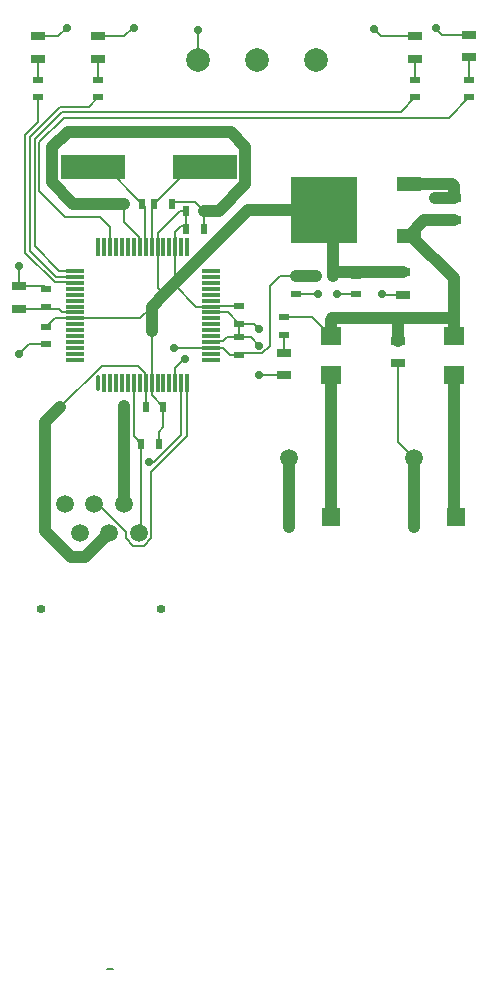
<source format=gtl>
%FSLAX44Y44*%
%MOMM*%
G71*
G01*
G75*
G04 Layer_Physical_Order=1*
G04 Layer_Color=255*
%ADD10R,0.6000X0.9000*%
%ADD11R,0.9000X0.6000*%
%ADD12R,1.3000X0.7000*%
%ADD13R,1.6800X1.5200*%
%ADD14O,0.3000X1.5000*%
%ADD15R,0.3000X1.5000*%
%ADD16R,1.5000X0.3000*%
%ADD17R,2.0000X1.2000*%
%ADD18R,5.6000X5.6000*%
%ADD19R,5.5000X2.0000*%
%ADD20C,1.0000*%
%ADD21C,0.2000*%
%ADD22C,1.5000*%
%ADD23O,0.7500X0.7000*%
%ADD24R,1.5000X1.5000*%
%ADD25C,2.0000*%
%ADD26C,0.7000*%
D10*
X137000Y197000D02*
D03*
X122000D02*
D03*
X156000Y348000D02*
D03*
X171000D02*
D03*
X156000Y363000D02*
D03*
X171000D02*
D03*
X129000Y369000D02*
D03*
X144000D02*
D03*
X119000Y369000D02*
D03*
X104000D02*
D03*
X266000Y308000D02*
D03*
X281000D02*
D03*
X118000Y166000D02*
D03*
X133000D02*
D03*
D11*
X201000Y282500D02*
D03*
Y267500D02*
D03*
X38000Y265000D02*
D03*
Y250000D02*
D03*
X201000Y241000D02*
D03*
Y256000D02*
D03*
X38000Y282000D02*
D03*
Y297000D02*
D03*
X300000Y308000D02*
D03*
Y293000D02*
D03*
X249000Y308000D02*
D03*
Y293000D02*
D03*
X396000Y474000D02*
D03*
Y459000D02*
D03*
X350000Y474000D02*
D03*
Y459000D02*
D03*
X82000Y474000D02*
D03*
Y459000D02*
D03*
X31000Y474000D02*
D03*
Y459000D02*
D03*
X239000Y273000D02*
D03*
Y258000D02*
D03*
D12*
X15000Y280000D02*
D03*
Y299000D02*
D03*
X336000Y253000D02*
D03*
Y234000D02*
D03*
X383000Y355000D02*
D03*
Y374000D02*
D03*
X340000Y311000D02*
D03*
Y292000D02*
D03*
X239000Y224000D02*
D03*
Y243000D02*
D03*
X396000Y512000D02*
D03*
Y493000D02*
D03*
X350000Y511000D02*
D03*
Y492000D02*
D03*
X82000Y511000D02*
D03*
Y492000D02*
D03*
X31000Y511000D02*
D03*
Y492000D02*
D03*
D13*
X383000Y257000D02*
D03*
Y224000D02*
D03*
X279000Y257000D02*
D03*
Y224000D02*
D03*
D14*
X82000Y217000D02*
D03*
D15*
X87000D02*
D03*
X92000D02*
D03*
X97000D02*
D03*
X102000D02*
D03*
X107000D02*
D03*
X112000D02*
D03*
X117000D02*
D03*
X122000D02*
D03*
X127000D02*
D03*
X132000D02*
D03*
X137000D02*
D03*
X142000D02*
D03*
X147000D02*
D03*
X152000D02*
D03*
X157000D02*
D03*
Y332000D02*
D03*
X152000D02*
D03*
X147000D02*
D03*
X142000D02*
D03*
X137000D02*
D03*
X132000D02*
D03*
X127000D02*
D03*
X122000D02*
D03*
X117000D02*
D03*
X112000D02*
D03*
X107000D02*
D03*
X102000D02*
D03*
X97000D02*
D03*
X92000D02*
D03*
X87000D02*
D03*
X82000D02*
D03*
D16*
X177000Y237000D02*
D03*
Y242000D02*
D03*
Y247000D02*
D03*
Y252000D02*
D03*
Y257000D02*
D03*
Y262000D02*
D03*
Y267000D02*
D03*
Y272000D02*
D03*
Y277000D02*
D03*
Y282000D02*
D03*
Y287000D02*
D03*
Y292000D02*
D03*
Y297000D02*
D03*
Y302000D02*
D03*
Y307000D02*
D03*
Y312000D02*
D03*
X62000D02*
D03*
Y307000D02*
D03*
Y302000D02*
D03*
Y297000D02*
D03*
Y292000D02*
D03*
Y287000D02*
D03*
Y282000D02*
D03*
Y277000D02*
D03*
Y272000D02*
D03*
Y267000D02*
D03*
Y262000D02*
D03*
Y257000D02*
D03*
Y252000D02*
D03*
Y247000D02*
D03*
Y242000D02*
D03*
Y237000D02*
D03*
D17*
X345000Y386000D02*
D03*
Y342000D02*
D03*
D18*
X273000Y364000D02*
D03*
D19*
X172000Y400000D02*
D03*
X77000D02*
D03*
D20*
X206500Y385500D02*
Y417500D01*
X194000Y430000D02*
X206500Y417500D01*
X383000Y105500D02*
Y224000D01*
X278500Y104000D02*
Y223500D01*
X243500Y95000D02*
Y154000D01*
X347000Y342000D02*
X383000Y306000D01*
X279000Y271000D02*
X280000Y272000D01*
X279000Y257000D02*
Y271000D01*
X383000Y257000D02*
Y272000D01*
Y306000D01*
X336000Y272000D02*
X383000D01*
X280000D02*
X336000D01*
Y253000D02*
Y272000D01*
X281000Y308000D02*
Y356000D01*
X249000Y308000D02*
X266000D01*
X358000Y355000D02*
X383000D01*
X345000Y342000D02*
X358000Y355000D01*
X60601Y369000D02*
X104000D01*
X42500Y387100D02*
Y416700D01*
X55800Y430000D01*
X194000D01*
X171000Y363000D02*
X184000D01*
X206500Y385500D01*
X284000Y311000D02*
X340000D01*
X209000Y364000D02*
X273000D01*
X146000Y301000D02*
X147000Y302000D01*
X209000Y364000D01*
X127000Y282000D02*
X137500Y292500D01*
X146000Y301000D01*
X42500Y387100D02*
X60601Y369000D01*
X367000Y374000D02*
X383000D01*
Y384000D01*
X381000Y386000D02*
X383000Y384000D01*
X345000Y386000D02*
X381000D01*
X349500Y95500D02*
Y154000D01*
X103500Y115000D02*
Y197500D01*
X127000Y261000D02*
Y262000D01*
Y282000D01*
X71000Y70000D02*
X91000Y90000D01*
X37000Y184364D02*
X49318Y196682D01*
X37000Y92000D02*
Y184364D01*
Y92000D02*
X59000Y70000D01*
X71000D01*
D21*
X239000Y243000D02*
Y258000D01*
X31000Y474000D02*
Y492000D01*
X82000Y474000D02*
Y492000D01*
X350000Y474000D02*
Y492000D01*
X396000Y474000D02*
Y491000D01*
X263000Y273000D02*
X279000Y257000D01*
X239000Y273000D02*
X263000D01*
X15000Y280000D02*
X49000D01*
X61500Y277500D02*
X62000Y277000D01*
X51500Y277500D02*
X61500D01*
X49000Y280000D02*
X51500Y277500D01*
X89000Y-279000D02*
X94000D01*
X132000Y332000D02*
Y344000D01*
X151000Y363000D01*
X156000D01*
X147000Y332000D02*
Y345000D01*
X152000Y350000D01*
X156000D01*
X160000Y400000D02*
X172000D01*
X129000Y369000D02*
X160000Y400000D01*
X88000D02*
X119000Y369000D01*
X144000Y369000D02*
Y370500D01*
X163500D02*
X171000Y363000D01*
X144000Y370500D02*
X163500D01*
X156000Y350000D02*
Y363000D01*
X171000Y350000D02*
Y363000D01*
X104000Y353242D02*
Y369000D01*
Y353242D02*
X116500Y340742D01*
Y332500D02*
Y340742D01*
X119000Y369000D02*
X121500Y366500D01*
Y332500D02*
Y366500D01*
X127500Y367500D02*
X129000Y369000D01*
X127500Y332500D02*
Y367500D01*
X127000Y332000D02*
X127500Y332500D01*
X147500D02*
Y340742D01*
X193000Y241000D02*
X201000D01*
X187500Y246500D02*
X193000Y241000D01*
X177500Y246500D02*
X187500D01*
X177500Y282500D02*
X201000D01*
Y256000D02*
Y267500D01*
X191000Y256000D02*
X201000D01*
X187500Y252500D02*
X191000Y256000D01*
X177500Y252500D02*
X187500D01*
X177000Y277000D02*
X191500D01*
X201000Y267500D01*
Y256000D02*
X211000D01*
X218000Y249000D01*
X201000Y267500D02*
X213500D01*
X218000Y263000D01*
Y224000D02*
X239000D01*
X218000D02*
X219000Y225000D01*
X247257Y293000D02*
X249000D01*
X220692Y242500D02*
X227000Y248808D01*
Y299000D01*
X236000Y308000D01*
X249000D01*
X323000Y292000D02*
X340000D01*
X249000Y293000D02*
X268000D01*
X284000D02*
X300000D01*
X165000Y282000D02*
X177000D01*
X146000Y301000D02*
X165000Y282000D01*
X62000Y272000D02*
X117000D01*
X127000Y282000D01*
X127000Y217000D02*
Y261000D01*
X147000Y302000D02*
Y332000D01*
X132000Y298000D02*
Y332000D01*
Y298000D02*
X137500Y292500D01*
X45000Y272000D02*
X62000D01*
X38000Y265000D02*
X45000Y272000D01*
X15000Y299000D02*
X36000D01*
X38000Y297000D01*
X23000Y250000D02*
X38000D01*
X15000Y242000D02*
X23000Y250000D01*
X15000Y299000D02*
Y317000D01*
X61500Y302500D02*
X62000Y302000D01*
X379000Y442000D02*
X396000Y459000D01*
X53000Y442000D02*
X379000D01*
X32000Y421000D02*
X53000Y442000D01*
X32000Y380000D02*
Y421000D01*
Y380000D02*
X54000Y358000D01*
X83000D01*
X92000Y349000D01*
Y332000D02*
Y349000D01*
X338000Y447000D02*
X350000Y459000D01*
X51000Y447000D02*
X338000D01*
X28000Y424000D02*
X51000Y447000D01*
X74000Y451000D02*
X82000Y459000D01*
X49343Y451000D02*
X74000D01*
X24000Y425657D02*
X49343Y451000D01*
X24000Y329000D02*
Y425657D01*
X46000Y307000D02*
X62000D01*
X31000Y438314D02*
Y459000D01*
X20000Y427314D02*
X31000Y438314D01*
X20000Y327343D02*
Y427314D01*
Y327343D02*
X44843Y302500D01*
X61500D01*
X336000Y167500D02*
Y234000D01*
Y167500D02*
X349500Y154000D01*
X31000Y511000D02*
X48000D01*
X55000Y518000D01*
X82000Y511000D02*
X104000D01*
X111000Y518000D01*
X321000Y511000D02*
X350000D01*
X315000Y517000D02*
X321000Y511000D01*
X373000Y512000D02*
X396000D01*
X368000Y517000D02*
X373000Y512000D01*
X166000Y491000D02*
Y516000D01*
X146000Y247000D02*
X177000D01*
X147000Y217000D02*
Y230000D01*
X154000Y237000D01*
X156500Y216500D02*
X157000Y217000D01*
X201000Y241000D02*
X202500Y242500D01*
X220692D01*
X24000Y329000D02*
X46000Y307000D01*
X28000Y333000D02*
Y424000D01*
Y333000D02*
X49000Y312000D01*
X62000D01*
X84636Y232000D02*
X115243D01*
X121500Y225743D01*
X49318Y196682D02*
X84636Y232000D01*
X111500Y216500D02*
X112000Y217000D01*
X121500Y216500D02*
X122000Y217000D01*
X112000Y172000D02*
Y217000D01*
Y172000D02*
X118000Y166000D01*
Y92000D02*
Y166000D01*
X127000Y207000D02*
Y217000D01*
Y207000D02*
X137000Y197000D01*
Y180000D02*
Y197000D01*
X133000Y176000D02*
X137000Y180000D01*
X133000Y166000D02*
Y176000D01*
X157000Y172000D02*
Y217000D01*
X126500Y141500D02*
X157000Y172000D01*
X126500Y85651D02*
Y141500D01*
X120349Y79500D02*
X126500Y85651D01*
X111651Y79500D02*
X120349D01*
X105500Y85651D02*
X111651Y79500D01*
X105500Y85651D02*
Y91500D01*
X82000Y115000D02*
X105500Y91500D01*
X152000Y173000D02*
Y217000D01*
X129000Y150000D02*
X152000Y173000D01*
X125000Y150000D02*
X129000D01*
X121500Y216500D02*
Y225743D01*
X122000Y197000D02*
Y217000D01*
D22*
X53500Y115000D02*
D03*
X91000Y90000D02*
D03*
X103500Y115000D02*
D03*
X66000Y90000D02*
D03*
X116000D02*
D03*
X78500Y115000D02*
D03*
X349500Y154000D02*
D03*
X243500D02*
D03*
D23*
X135000Y26000D02*
D03*
X33000D02*
D03*
D24*
X384500Y104000D02*
D03*
X278500D02*
D03*
D25*
X166000Y491000D02*
D03*
X266000D02*
D03*
X216000D02*
D03*
D26*
X366000Y387000D02*
D03*
X218000Y249000D02*
D03*
Y263000D02*
D03*
Y224000D02*
D03*
X268000Y293000D02*
D03*
X322000D02*
D03*
X284000D02*
D03*
X15000Y242000D02*
D03*
X51000Y378601D02*
D03*
X15000Y316000D02*
D03*
X55000Y518000D02*
D03*
X112000D02*
D03*
X368000D02*
D03*
X315000Y517000D02*
D03*
X166000Y516000D02*
D03*
X146000Y247000D02*
D03*
X155000Y238000D02*
D03*
X367000Y374000D02*
D03*
X49000Y197000D02*
D03*
X243500Y135000D02*
D03*
X244000Y118000D02*
D03*
Y101000D02*
D03*
X349500Y100000D02*
D03*
Y119000D02*
D03*
Y136000D02*
D03*
X103500Y197500D02*
D03*
X127000Y262000D02*
D03*
X125000Y150000D02*
D03*
M02*

</source>
